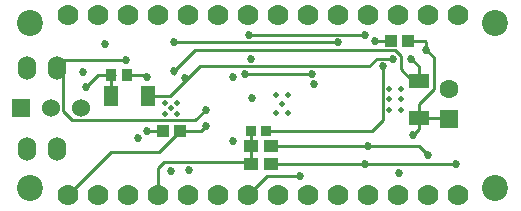
<source format=gbl>
G04 Layer_Physical_Order=4*
G04 Layer_Color=11436288*
%FSLAX24Y24*%
%MOIN*%
G70*
G01*
G75*
%ADD12R,0.0413X0.0394*%
%ADD14R,0.0670X0.0450*%
%ADD29R,0.0374X0.0413*%
%ADD33C,0.0100*%
%ADD36O,0.0600X0.0800*%
%ADD37R,0.0600X0.0600*%
%ADD38C,0.0600*%
%ADD39R,0.0630X0.0630*%
%ADD40C,0.0630*%
%ADD41C,0.0700*%
%ADD42C,0.0866*%
%ADD43C,0.0270*%
%ADD44C,0.0197*%
%ADD45R,0.0450X0.0670*%
%ADD46R,0.0492X0.0433*%
%ADD47R,0.0335X0.0374*%
D12*
X32555Y34450D02*
D03*
X33145D02*
D03*
X25545Y31450D02*
D03*
X24955D02*
D03*
D14*
X33500Y33120D02*
D03*
Y31880D02*
D03*
D29*
X23224Y33300D02*
D03*
X23776D02*
D03*
D33*
X32350Y30350D02*
X34750D01*
X31700D02*
X32350D01*
X33145Y34450D02*
X33700D01*
X33750Y34400D01*
Y34150D02*
Y34400D01*
X33300Y31300D02*
X33500Y31500D01*
Y31880D01*
X33250Y33850D02*
X33500Y33600D01*
Y33120D02*
Y33600D01*
X33280Y33120D02*
X33500D01*
Y32350D02*
X34000Y32850D01*
X33500Y31880D02*
Y32350D01*
Y31880D02*
X34478D01*
X24450Y31450D02*
X24955D01*
X21450Y33550D02*
X21700Y33800D01*
X23750D01*
X21450Y33550D02*
X21650Y33350D01*
Y32100D02*
Y33350D01*
X24845Y30750D02*
X25545Y31450D01*
X23250Y30750D02*
X24845D01*
X31850Y33600D02*
X32100Y33850D01*
X26200Y33600D02*
X31850D01*
X21800Y29300D02*
X23250Y30750D01*
X22800Y33300D02*
X23224D01*
X22400Y32900D02*
X22800Y33300D01*
X32050Y34450D02*
X32555D01*
X28585Y30950D02*
X31800D01*
X28585Y30350D02*
X31700D01*
X25350Y33450D02*
X26050Y34150D01*
X25350Y34400D02*
X30800D01*
X31800Y30950D02*
X33500D01*
X28450Y29950D02*
X29550D01*
X27800Y29300D02*
X28450Y29950D01*
X26250Y31450D02*
X26400Y31600D01*
X25545Y31450D02*
X26250D01*
X28356Y31550D02*
X28456Y31450D01*
X27894Y31500D02*
X27915Y31479D01*
Y30950D02*
Y31479D01*
X25350Y33350D02*
Y33450D01*
X33500Y30950D02*
X33800Y30650D01*
X28456Y31450D02*
X31950D01*
X25000Y30400D02*
X27865D01*
X27915Y30350D02*
Y30950D01*
X23224Y33300D02*
X23374D01*
X23230Y32600D02*
Y33294D01*
X24470Y32600D02*
X25200D01*
X24800Y29300D02*
Y30200D01*
X25000Y30400D01*
X23876Y33300D02*
X24400D01*
X24450Y33250D01*
X27700Y33350D02*
X29950D01*
X27850Y34650D02*
X31700D01*
X25200Y32600D02*
X26200Y33600D01*
X31950Y31450D02*
X32300Y31800D01*
X32900Y33500D02*
X33280Y33120D01*
X32900Y33500D02*
Y33950D01*
X32700Y34150D02*
X32900Y33950D01*
X26050Y34150D02*
X32700D01*
X34478Y31880D02*
X34500Y31858D01*
X33750Y34150D02*
X34000Y33900D01*
Y32850D02*
Y33900D01*
X26052Y31800D02*
X26400Y32148D01*
X21950Y31800D02*
X26052D01*
X21650Y32100D02*
X21950Y31800D01*
X32100Y33850D02*
X32621D01*
X32300Y31800D02*
Y33600D01*
D36*
X21450Y30850D02*
D03*
X20450D02*
D03*
Y33550D02*
D03*
X21450D02*
D03*
D37*
X20250Y32200D02*
D03*
D38*
X21250D02*
D03*
X22250D02*
D03*
D39*
X34500Y31858D02*
D03*
D40*
Y32842D02*
D03*
D41*
X34800Y29300D02*
D03*
X33800D02*
D03*
X32800D02*
D03*
X31800D02*
D03*
X30800D02*
D03*
X29800D02*
D03*
X21800Y35300D02*
D03*
X22800D02*
D03*
X23800D02*
D03*
X24800D02*
D03*
X25800D02*
D03*
X26800D02*
D03*
X21800Y29300D02*
D03*
X22800D02*
D03*
X23800D02*
D03*
X24800D02*
D03*
X25800D02*
D03*
X26800D02*
D03*
X27800D02*
D03*
X28800D02*
D03*
X27800Y35300D02*
D03*
X28800D02*
D03*
X29800D02*
D03*
X30800D02*
D03*
X31800D02*
D03*
X32800D02*
D03*
X33800D02*
D03*
X34800D02*
D03*
D42*
X20550Y29550D02*
D03*
Y35050D02*
D03*
X36050D02*
D03*
Y29550D02*
D03*
D43*
X32850Y30050D02*
D03*
X25700Y33200D02*
D03*
X23050Y34350D02*
D03*
X27300Y33250D02*
D03*
X24450Y31450D02*
D03*
X23750Y33800D02*
D03*
X29550Y29950D02*
D03*
X31700Y30350D02*
D03*
X34750D02*
D03*
X31800Y30950D02*
D03*
X27900Y33850D02*
D03*
X30800Y34400D02*
D03*
X25350D02*
D03*
X26400Y32148D02*
D03*
X32050Y34450D02*
D03*
X33750Y34150D02*
D03*
X22300Y33400D02*
D03*
X22400Y32900D02*
D03*
X25350Y33450D02*
D03*
X27700Y33350D02*
D03*
X24450Y33250D02*
D03*
X30000Y33000D02*
D03*
X24150Y31200D02*
D03*
X33300Y31300D02*
D03*
X33800Y30650D02*
D03*
X26400Y31600D02*
D03*
X29950Y33350D02*
D03*
X27850Y34650D02*
D03*
X25845Y30155D02*
D03*
X27300Y31100D02*
D03*
X31700Y34650D02*
D03*
X27950Y32547D02*
D03*
X32621Y33850D02*
D03*
X33250D02*
D03*
X25250Y30100D02*
D03*
X32300Y33600D02*
D03*
D44*
X28753Y32645D02*
D03*
X25447Y32003D02*
D03*
X25447Y32397D02*
D03*
X25053Y32397D02*
D03*
X25053Y32003D02*
D03*
X25250Y32200D02*
D03*
X28950Y32350D02*
D03*
X28753Y32055D02*
D03*
X29147D02*
D03*
Y32645D02*
D03*
X32897Y32854D02*
D03*
X32503D02*
D03*
Y32146D02*
D03*
Y32500D02*
D03*
X32897Y32146D02*
D03*
Y32500D02*
D03*
D45*
X23230Y32600D02*
D03*
X24470D02*
D03*
D46*
X27915Y30350D02*
D03*
X28585D02*
D03*
X28585Y30950D02*
D03*
X27915D02*
D03*
D47*
X27894Y31450D02*
D03*
X28406D02*
D03*
M02*

</source>
